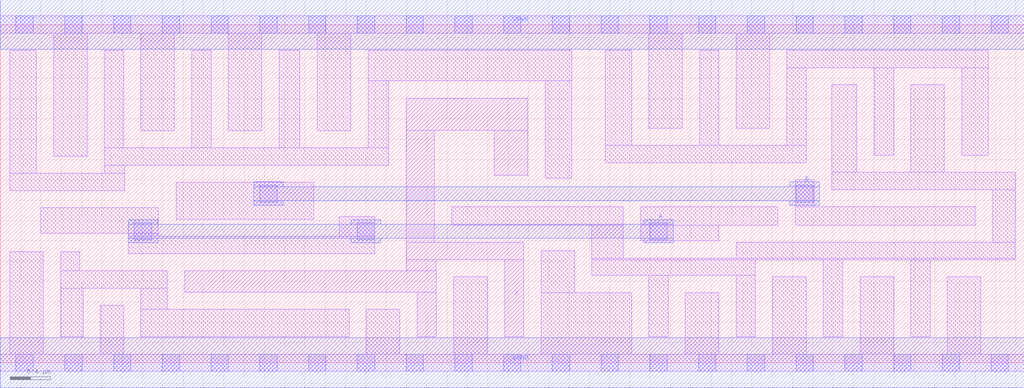
<source format=lef>
# Copyright 2020 The SkyWater PDK Authors
#
# Licensed under the Apache License, Version 2.0 (the "License");
# you may not use this file except in compliance with the License.
# You may obtain a copy of the License at
#
#     https://www.apache.org/licenses/LICENSE-2.0
#
# Unless required by applicable law or agreed to in writing, software
# distributed under the License is distributed on an "AS IS" BASIS,
# WITHOUT WARRANTIES OR CONDITIONS OF ANY KIND, either express or implied.
# See the License for the specific language governing permissions and
# limitations under the License.
#
# SPDX-License-Identifier: Apache-2.0

VERSION 5.7 ;
  NOWIREEXTENSIONATPIN ON ;
  DIVIDERCHAR "/" ;
  BUSBITCHARS "[]" ;
UNITS
  DATABASE MICRONS 200 ;
END UNITS
MACRO sky130_fd_sc_lp__xor2_4
  CLASS CORE ;
  FOREIGN sky130_fd_sc_lp__xor2_4 ;
  ORIGIN  0.000000  0.000000 ;
  SIZE  10.08000 BY  3.330000 ;
  SYMMETRY X Y R90 ;
  SITE unit ;
  PIN A
    ANTENNAGATEAREA  2.520000 ;
    DIRECTION INPUT ;
    USE SIGNAL ;
    PORT
      LAYER met1 ;
        RECT 1.260000 1.180000 1.550000 1.225000 ;
        RECT 1.260000 1.225000 6.625000 1.365000 ;
        RECT 1.260000 1.365000 1.550000 1.410000 ;
        RECT 3.455000 1.180000 3.745000 1.225000 ;
        RECT 3.455000 1.365000 3.745000 1.410000 ;
        RECT 6.335000 1.180000 6.625000 1.225000 ;
        RECT 6.335000 1.365000 6.625000 1.410000 ;
    END
  END A
  PIN B
    ANTENNAGATEAREA  2.520000 ;
    DIRECTION INPUT ;
    USE SIGNAL ;
    PORT
      LAYER met1 ;
        RECT 2.495000 1.550000 2.785000 1.595000 ;
        RECT 2.495000 1.595000 8.065000 1.735000 ;
        RECT 2.495000 1.735000 2.785000 1.780000 ;
        RECT 7.775000 1.550000 8.065000 1.595000 ;
        RECT 7.775000 1.735000 8.065000 1.780000 ;
    END
  END B
  PIN X
    ANTENNADIFFAREA  1.646400 ;
    DIRECTION OUTPUT ;
    USE SIGNAL ;
    PORT
      LAYER li1 ;
        RECT 1.815000 0.695000 4.295000 0.905000 ;
        RECT 3.995000 0.905000 4.295000 1.015000 ;
        RECT 3.995000 1.015000 5.155000 1.185000 ;
        RECT 3.995000 1.185000 4.275000 2.290000 ;
        RECT 3.995000 2.290000 5.195000 2.605000 ;
        RECT 4.105000 0.255000 4.295000 0.695000 ;
        RECT 4.865000 1.845000 5.195000 2.290000 ;
        RECT 4.965000 0.255000 5.155000 1.015000 ;
    END
  END X
  PIN VGND
    DIRECTION INOUT ;
    USE GROUND ;
    PORT
      LAYER met1 ;
        RECT 0.000000 -0.245000 10.080000 0.245000 ;
    END
  END VGND
  PIN VPWR
    DIRECTION INOUT ;
    USE POWER ;
    PORT
      LAYER met1 ;
        RECT 0.000000 3.085000 10.080000 3.575000 ;
    END
  END VPWR
  OBS
    LAYER li1 ;
      RECT 0.000000 -0.085000 10.080000 0.085000 ;
      RECT 0.000000  3.245000 10.080000 3.415000 ;
      RECT 0.095000  0.085000  0.425000 1.095000 ;
      RECT 0.095000  1.695000  1.225000 1.865000 ;
      RECT 0.095000  1.865000  0.355000 3.075000 ;
      RECT 0.400000  1.275000  1.555000 1.525000 ;
      RECT 0.525000  2.035000  0.855000 3.245000 ;
      RECT 0.595000  0.255000  0.815000 0.735000 ;
      RECT 0.595000  0.735000  1.645000 0.905000 ;
      RECT 0.595000  0.905000  0.785000 1.095000 ;
      RECT 0.985000  0.085000  1.215000 0.565000 ;
      RECT 1.025000  1.865000  1.225000 1.945000 ;
      RECT 1.025000  1.945000  3.825000 2.115000 ;
      RECT 1.025000  2.115000  1.215000 3.075000 ;
      RECT 1.260000  1.075000  3.685000 1.245000 ;
      RECT 1.260000  1.245000  1.555000 1.275000 ;
      RECT 1.385000  0.255000  3.435000 0.525000 ;
      RECT 1.385000  0.525000  1.645000 0.735000 ;
      RECT 1.385000  2.285000  1.715000 3.245000 ;
      RECT 1.735000  1.415000  3.085000 1.775000 ;
      RECT 1.885000  2.115000  2.075000 3.075000 ;
      RECT 2.245000  2.285000  2.575000 3.245000 ;
      RECT 2.745000  2.115000  2.950000 3.075000 ;
      RECT 3.120000  2.285000  3.450000 3.245000 ;
      RECT 3.340000  1.245000  3.685000 1.435000 ;
      RECT 3.605000  0.085000  3.935000 0.525000 ;
      RECT 3.625000  2.115000  3.825000 2.775000 ;
      RECT 3.625000  2.775000  5.625000 3.075000 ;
      RECT 4.445000  1.355000  6.135000 1.535000 ;
      RECT 4.465000  0.085000  4.795000 0.845000 ;
      RECT 5.325000  0.085000  6.215000 0.690000 ;
      RECT 5.325000  0.690000  5.655000 1.105000 ;
      RECT 5.365000  1.815000  5.625000 2.775000 ;
      RECT 5.825000  0.860000  7.435000 1.015000 ;
      RECT 5.825000  1.015000  9.995000 1.030000 ;
      RECT 5.825000  1.030000  6.135000 1.355000 ;
      RECT 5.955000  1.970000  7.935000 2.140000 ;
      RECT 5.955000  2.140000  6.215000 3.075000 ;
      RECT 6.305000  1.200000  7.075000 1.355000 ;
      RECT 6.305000  1.355000  7.655000 1.535000 ;
      RECT 6.385000  0.255000  6.575000 0.860000 ;
      RECT 6.385000  2.310000  6.715000 3.245000 ;
      RECT 6.745000  0.085000  7.075000 0.690000 ;
      RECT 6.885000  2.140000  7.075000 3.075000 ;
      RECT 7.245000  0.255000  7.435000 0.860000 ;
      RECT 7.245000  1.030000  9.995000 1.185000 ;
      RECT 7.245000  2.310000  7.575000 3.245000 ;
      RECT 7.605000  0.085000  7.935000 0.845000 ;
      RECT 7.745000  2.140000  7.935000 2.905000 ;
      RECT 7.745000  2.905000  9.725000 3.075000 ;
      RECT 7.825000  1.355000  9.600000 1.535000 ;
      RECT 7.825000  1.535000  8.015000 1.800000 ;
      RECT 8.105000  0.255000  8.295000 1.015000 ;
      RECT 8.185000  1.705000  9.995000 1.875000 ;
      RECT 8.185000  1.875000  8.435000 2.735000 ;
      RECT 8.465000  0.085000  8.795000 0.845000 ;
      RECT 8.605000  2.045000  8.795000 2.905000 ;
      RECT 8.965000  0.255000  9.155000 1.015000 ;
      RECT 8.965000  1.875000  9.295000 2.735000 ;
      RECT 9.325000  0.085000  9.655000 0.845000 ;
      RECT 9.465000  2.045000  9.725000 2.905000 ;
      RECT 9.770000  1.185000  9.995000 1.705000 ;
    LAYER mcon ;
      RECT 0.155000 -0.085000 0.325000 0.085000 ;
      RECT 0.155000  3.245000 0.325000 3.415000 ;
      RECT 0.635000 -0.085000 0.805000 0.085000 ;
      RECT 0.635000  3.245000 0.805000 3.415000 ;
      RECT 1.115000 -0.085000 1.285000 0.085000 ;
      RECT 1.115000  3.245000 1.285000 3.415000 ;
      RECT 1.320000  1.210000 1.490000 1.380000 ;
      RECT 1.595000 -0.085000 1.765000 0.085000 ;
      RECT 1.595000  3.245000 1.765000 3.415000 ;
      RECT 2.075000 -0.085000 2.245000 0.085000 ;
      RECT 2.075000  3.245000 2.245000 3.415000 ;
      RECT 2.555000 -0.085000 2.725000 0.085000 ;
      RECT 2.555000  1.580000 2.725000 1.750000 ;
      RECT 2.555000  3.245000 2.725000 3.415000 ;
      RECT 3.035000 -0.085000 3.205000 0.085000 ;
      RECT 3.035000  3.245000 3.205000 3.415000 ;
      RECT 3.515000 -0.085000 3.685000 0.085000 ;
      RECT 3.515000  1.210000 3.685000 1.380000 ;
      RECT 3.515000  3.245000 3.685000 3.415000 ;
      RECT 3.995000 -0.085000 4.165000 0.085000 ;
      RECT 3.995000  3.245000 4.165000 3.415000 ;
      RECT 4.475000 -0.085000 4.645000 0.085000 ;
      RECT 4.475000  3.245000 4.645000 3.415000 ;
      RECT 4.955000 -0.085000 5.125000 0.085000 ;
      RECT 4.955000  3.245000 5.125000 3.415000 ;
      RECT 5.435000 -0.085000 5.605000 0.085000 ;
      RECT 5.435000  3.245000 5.605000 3.415000 ;
      RECT 5.915000 -0.085000 6.085000 0.085000 ;
      RECT 5.915000  3.245000 6.085000 3.415000 ;
      RECT 6.395000 -0.085000 6.565000 0.085000 ;
      RECT 6.395000  1.210000 6.565000 1.380000 ;
      RECT 6.395000  3.245000 6.565000 3.415000 ;
      RECT 6.875000 -0.085000 7.045000 0.085000 ;
      RECT 6.875000  3.245000 7.045000 3.415000 ;
      RECT 7.355000 -0.085000 7.525000 0.085000 ;
      RECT 7.355000  3.245000 7.525000 3.415000 ;
      RECT 7.835000 -0.085000 8.005000 0.085000 ;
      RECT 7.835000  1.580000 8.005000 1.750000 ;
      RECT 7.835000  3.245000 8.005000 3.415000 ;
      RECT 8.315000 -0.085000 8.485000 0.085000 ;
      RECT 8.315000  3.245000 8.485000 3.415000 ;
      RECT 8.795000 -0.085000 8.965000 0.085000 ;
      RECT 8.795000  3.245000 8.965000 3.415000 ;
      RECT 9.275000 -0.085000 9.445000 0.085000 ;
      RECT 9.275000  3.245000 9.445000 3.415000 ;
      RECT 9.755000 -0.085000 9.925000 0.085000 ;
      RECT 9.755000  3.245000 9.925000 3.415000 ;
  END
END sky130_fd_sc_lp__xor2_4
END LIBRARY

</source>
